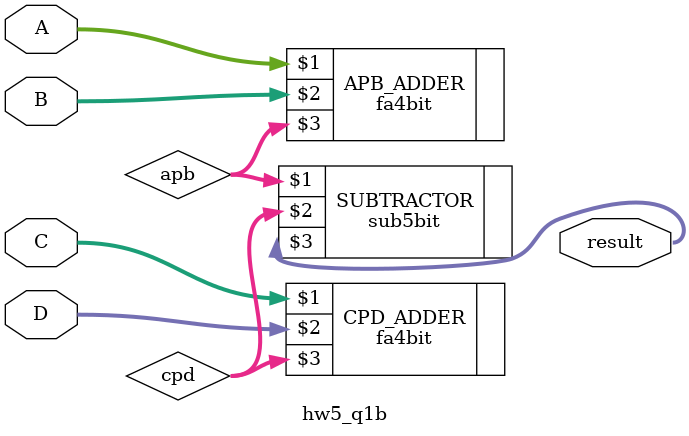
<source format=v>
module hw5_q1b (
  input [3:0] A, B, C, D,
  output [4:0] result
);

  wire [4:0] apb, cpd;

  // Need adder for apb = A+B
  fa4bit APB_ADDER ( A, B, apb );

  // Need adder for cpd = C+D
  fa4bit CPD_ADDER ( C, D, cpd );

  // Need subtractor for (A+B)-(C+D), result = apb - cpd
  sub5bit SUBTRACTOR ( apb, cpd, result );

endmodule

</source>
